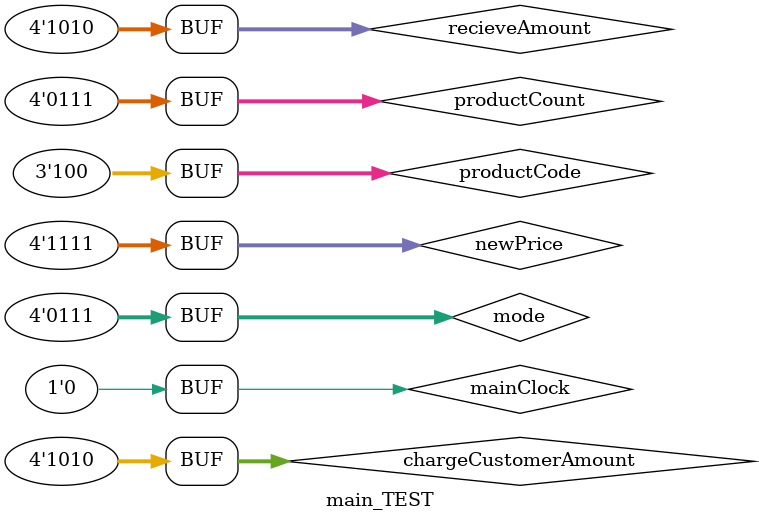
<source format=v>
`timescale 1ns/1ps

module main_TEST;

    // Inputs
    reg mainClock;
    reg [3:0] mode;
    wire A;
    wire B;
    wire C;
    wire D;
    wire E;
    wire F;
    wire G;
    wire DP;
    reg [2:0] productCode;
    reg [3:0] productCount;
    reg [3:0] recieveAmount;
    reg [3:0] newPrice;
    reg [3:0] chargeCustomerAmount;
    wire [3:0] customerMoney, machineMoney;

    // Instantiate the Unit Under Test (UUT)
    main uut(
        .mainClock(mainClock),
        .mode(mode),
        .A(A),
        .B(B),
        .C(C),
        .D(D),
        .E(E),
        .F(F),
        .G(G),
        .DP(DP),
        .productCode(productCode),
        .productCount(productCount),
        .recieveAmount(recieveAmount),
        .newPrice(newPrice),
        .chargeCustomerAmount(chargeCustomerAmount),
        .customerMoney(customerMoney),
        .machineMoney(machineMoney)
    );

    initial begin
        // Initialize Inputs
        mainClock = 0;
        mode = 0;

        productCode = 0;
        productCount = 0;
        recieveAmount = 0;
        newPrice = 0;
        chargeCustomerAmount = 0;

        // Wait 100 ns for global reset to finish
        #100;
        mode = 0;
        //buy
        productCode =3'b000 ;
        productCount = 1;
        mainClock = 1;
        #100;
        mainClock = 0;

        #100;
        mainClock=1;
        #100 ;
        mainClock =0;



        #100;
        mode = 1;
        // charge machine
        productCode = 4;
        productCount=7;
        mainClock = 1;
        #100;
        mainClock = 0;
        #100;
        mode = 2;
        // recive money from machine by the owner
        recieveAmount = 10;
        mainClock = 1;
        #100;
        mainClock = 0;
        #100;
        mode = 3;
        // show logs
        mainClock = 1;
        #100;
        mainClock = 0;
        #100;
        mode = 4;
        // change product price
        productCode = 4;
        newPrice=15;
        mainClock = 1;
        #100;
        mainClock = 0;
        #100;
        mode = 5;
        // show user money
        mainClock = 1;
        #100;
        mainClock = 0;
        #100;
        mode = 6;
        // show machine money
        mainClock = 1;
        #100;
        mainClock = 0;
        #100;
        mode = 7;
        //charge customer money
        chargeCustomerAmount = 10;
        mainClock = 1;
        #100;
        mainClock = 0;


        // Add stimulus here

    end

endmodule: main_TEST


</source>
